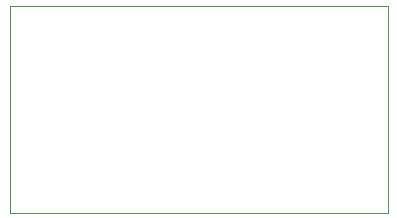
<source format=gbr>
G04 #@! TF.GenerationSoftware,KiCad,Pcbnew,5.1.5-52549c5~86~ubuntu19.10.1*
G04 #@! TF.CreationDate,2020-04-21T11:36:23+02:00*
G04 #@! TF.ProjectId,funcdec_uni.hw,66756e63-6465-4635-9f75-6e692e68772e,1*
G04 #@! TF.SameCoordinates,Original*
G04 #@! TF.FileFunction,Profile,NP*
%FSLAX46Y46*%
G04 Gerber Fmt 4.6, Leading zero omitted, Abs format (unit mm)*
G04 Created by KiCad (PCBNEW 5.1.5-52549c5~86~ubuntu19.10.1) date 2020-04-21 11:36:23*
%MOMM*%
%LPD*%
G04 APERTURE LIST*
%ADD10C,0.050000*%
G04 APERTURE END LIST*
D10*
X12700000Y-30226000D02*
X12700000Y-12700000D01*
X44704000Y-30226000D02*
X12700000Y-30226000D01*
X44704000Y-12700000D02*
X44704000Y-30226000D01*
X12700000Y-12700000D02*
X44704000Y-12700000D01*
M02*

</source>
